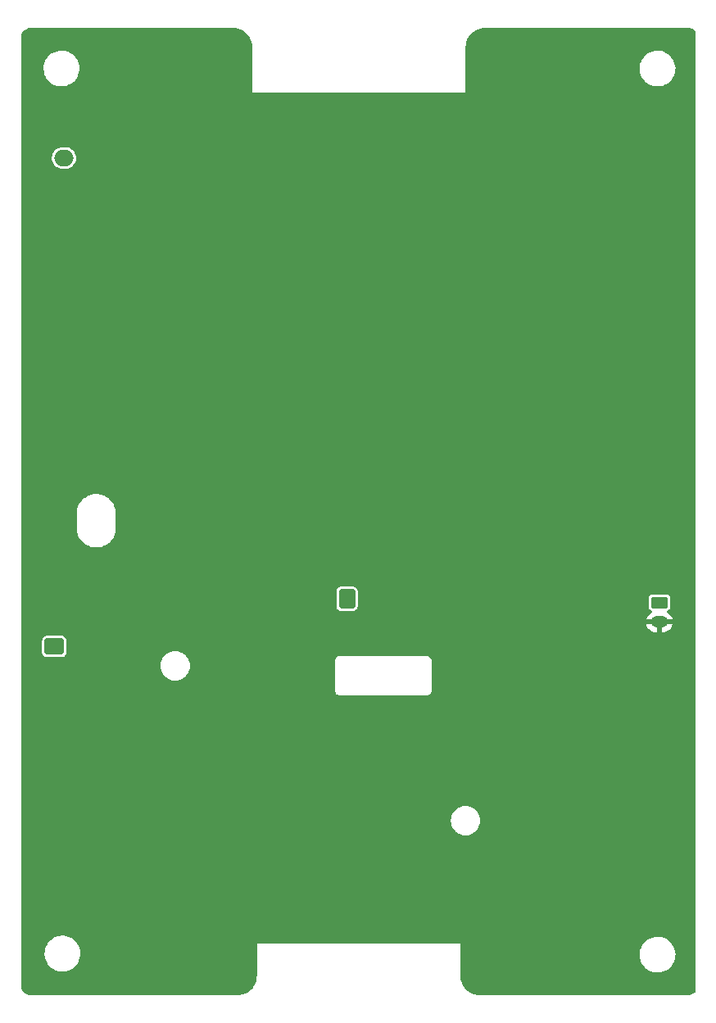
<source format=gbr>
%TF.GenerationSoftware,KiCad,Pcbnew,7.0.5-7.0.5~ubuntu22.04.1*%
%TF.CreationDate,2024-06-06T16:52:36+01:00*%
%TF.ProjectId,PBA0055-APRS-digirepeater-backplane-100x70,50424130-3035-4352-9d41-5052532d6469,rev?*%
%TF.SameCoordinates,Original*%
%TF.FileFunction,Copper,L2,Bot*%
%TF.FilePolarity,Positive*%
%FSLAX46Y46*%
G04 Gerber Fmt 4.6, Leading zero omitted, Abs format (unit mm)*
G04 Created by KiCad (PCBNEW 7.0.5-7.0.5~ubuntu22.04.1) date 2024-06-06 16:52:36*
%MOMM*%
%LPD*%
G01*
G04 APERTURE LIST*
G04 Aperture macros list*
%AMRoundRect*
0 Rectangle with rounded corners*
0 $1 Rounding radius*
0 $2 $3 $4 $5 $6 $7 $8 $9 X,Y pos of 4 corners*
0 Add a 4 corners polygon primitive as box body*
4,1,4,$2,$3,$4,$5,$6,$7,$8,$9,$2,$3,0*
0 Add four circle primitives for the rounded corners*
1,1,$1+$1,$2,$3*
1,1,$1+$1,$4,$5*
1,1,$1+$1,$6,$7*
1,1,$1+$1,$8,$9*
0 Add four rect primitives between the rounded corners*
20,1,$1+$1,$2,$3,$4,$5,0*
20,1,$1+$1,$4,$5,$6,$7,0*
20,1,$1+$1,$6,$7,$8,$9,0*
20,1,$1+$1,$8,$9,$2,$3,0*%
G04 Aperture macros list end*
%TA.AperFunction,ComponentPad*%
%ADD10RoundRect,0.250000X-0.600000X-0.750000X0.600000X-0.750000X0.600000X0.750000X-0.600000X0.750000X0*%
%TD*%
%TA.AperFunction,ComponentPad*%
%ADD11O,1.700000X2.000000*%
%TD*%
%TA.AperFunction,ComponentPad*%
%ADD12RoundRect,0.250000X0.750000X-0.600000X0.750000X0.600000X-0.750000X0.600000X-0.750000X-0.600000X0*%
%TD*%
%TA.AperFunction,ComponentPad*%
%ADD13O,2.000000X1.700000*%
%TD*%
%TA.AperFunction,ComponentPad*%
%ADD14RoundRect,0.250000X-0.625000X0.350000X-0.625000X-0.350000X0.625000X-0.350000X0.625000X0.350000X0*%
%TD*%
%TA.AperFunction,ComponentPad*%
%ADD15O,1.750000X1.200000*%
%TD*%
%TA.AperFunction,ViaPad*%
%ADD16C,0.800000*%
%TD*%
G04 APERTURE END LIST*
D10*
%TO.P,J2,1,Pin_1*%
%TO.N,+12V*%
X139000000Y-108050000D03*
D11*
%TO.P,J2,2,Pin_2*%
%TO.N,GND*%
X141500000Y-108050000D03*
%TD*%
D12*
%TO.P,J6,1,Pin_1*%
%TO.N,+12V*%
X108750000Y-113000000D03*
D13*
%TO.P,J6,2,Pin_2*%
%TO.N,GND*%
X108750000Y-110500000D03*
%TD*%
D14*
%TO.P,J1,1,Pin_1*%
%TO.N,Net-(D2-A)*%
X171300000Y-108450000D03*
D15*
%TO.P,J1,2,Pin_2*%
%TO.N,GND*%
X171300000Y-110450000D03*
%TD*%
D12*
%TO.P,J4,1,Pin_1*%
%TO.N,GND*%
X109750000Y-65000000D03*
D13*
%TO.P,J4,2,Pin_2*%
%TO.N,+3V8*%
X109750000Y-62500000D03*
%TD*%
D16*
%TO.N,GND*%
X174000000Y-72750000D03*
X140000000Y-123750000D03*
X107000000Y-72750000D03*
X125000000Y-84750000D03*
X156000000Y-84750000D03*
X125000000Y-144750000D03*
X107000000Y-84750000D03*
X157000000Y-123750000D03*
X107000000Y-58750000D03*
X174000000Y-102750000D03*
X125000000Y-72750000D03*
X156000000Y-72750000D03*
X174000000Y-123750000D03*
X107000000Y-102750000D03*
X165500000Y-107350000D03*
X173000000Y-84750000D03*
X140000000Y-84750000D03*
X125000000Y-123750000D03*
X140000000Y-72750000D03*
X107000000Y-123750000D03*
X174000000Y-58750000D03*
X160700000Y-107150000D03*
X174000000Y-138750000D03*
X107000000Y-138750000D03*
%TD*%
%TA.AperFunction,Conductor*%
%TO.N,GND*%
G36*
X127252018Y-49053526D02*
G01*
X127445616Y-49066214D01*
X127505630Y-49070147D01*
X127513667Y-49071205D01*
X127760943Y-49120392D01*
X127768757Y-49122486D01*
X128007509Y-49203531D01*
X128014983Y-49206626D01*
X128189238Y-49292559D01*
X128241105Y-49318137D01*
X128248127Y-49322191D01*
X128457752Y-49462257D01*
X128464186Y-49467193D01*
X128631822Y-49614207D01*
X128653732Y-49633421D01*
X128659472Y-49639162D01*
X128825697Y-49828703D01*
X128830638Y-49835141D01*
X128847644Y-49860592D01*
X128970700Y-50044759D01*
X128974760Y-50051790D01*
X129086263Y-50277896D01*
X129089370Y-50285396D01*
X129170407Y-50524120D01*
X129172508Y-50531962D01*
X129221692Y-50779223D01*
X129222752Y-50787272D01*
X129239367Y-51040751D01*
X129239500Y-51044808D01*
X129239500Y-51997912D01*
X129239499Y-55723254D01*
X129238633Y-55727612D01*
X129238634Y-55749999D01*
X129239141Y-55751222D01*
X129239500Y-55752088D01*
X129241964Y-55758036D01*
X129250000Y-55761365D01*
X129272409Y-55761365D01*
X129276757Y-55760500D01*
X140247912Y-55760500D01*
X151223243Y-55760500D01*
X151227591Y-55761365D01*
X151250000Y-55761365D01*
X151258036Y-55758036D01*
X151260500Y-55752088D01*
X151261365Y-55750000D01*
X151261364Y-55749999D01*
X151261366Y-55727613D01*
X151260500Y-55723254D01*
X151260500Y-53317763D01*
X169245787Y-53317763D01*
X169275413Y-53587013D01*
X169275415Y-53587024D01*
X169343926Y-53849082D01*
X169343928Y-53849088D01*
X169449870Y-54098390D01*
X169521998Y-54216575D01*
X169590979Y-54329605D01*
X169590986Y-54329615D01*
X169764253Y-54537819D01*
X169764259Y-54537824D01*
X169965998Y-54718582D01*
X170191910Y-54868044D01*
X170437176Y-54983020D01*
X170437183Y-54983022D01*
X170437185Y-54983023D01*
X170696557Y-55061057D01*
X170696564Y-55061058D01*
X170696569Y-55061060D01*
X170964561Y-55100500D01*
X170964566Y-55100500D01*
X171167629Y-55100500D01*
X171167631Y-55100500D01*
X171167636Y-55100499D01*
X171167648Y-55100499D01*
X171205191Y-55097750D01*
X171370156Y-55085677D01*
X171482758Y-55060593D01*
X171634546Y-55026782D01*
X171634548Y-55026781D01*
X171634553Y-55026780D01*
X171887558Y-54930014D01*
X172123777Y-54797441D01*
X172338177Y-54631888D01*
X172526186Y-54436881D01*
X172683799Y-54216579D01*
X172757787Y-54072669D01*
X172807649Y-53975690D01*
X172807651Y-53975684D01*
X172807656Y-53975675D01*
X172895118Y-53719305D01*
X172944319Y-53452933D01*
X172954212Y-53182235D01*
X172924586Y-52912982D01*
X172856072Y-52650912D01*
X172750130Y-52401610D01*
X172609018Y-52170390D01*
X172519747Y-52063119D01*
X172435746Y-51962180D01*
X172435740Y-51962175D01*
X172234002Y-51781418D01*
X172008092Y-51631957D01*
X172008090Y-51631956D01*
X171762824Y-51516980D01*
X171762819Y-51516978D01*
X171762814Y-51516976D01*
X171503442Y-51438942D01*
X171503428Y-51438939D01*
X171387791Y-51421921D01*
X171235439Y-51399500D01*
X171032369Y-51399500D01*
X171032351Y-51399500D01*
X170829844Y-51414323D01*
X170829831Y-51414325D01*
X170565453Y-51473217D01*
X170565446Y-51473220D01*
X170312439Y-51569987D01*
X170076226Y-51702557D01*
X169861822Y-51868112D01*
X169673822Y-52063109D01*
X169673816Y-52063116D01*
X169516202Y-52283419D01*
X169516199Y-52283424D01*
X169392350Y-52524309D01*
X169392343Y-52524327D01*
X169304884Y-52780685D01*
X169304881Y-52780699D01*
X169255681Y-53047068D01*
X169255680Y-53047075D01*
X169245787Y-53317763D01*
X151260500Y-53317763D01*
X151260500Y-51044915D01*
X151260633Y-51040859D01*
X151269137Y-50911118D01*
X151277255Y-50787260D01*
X151278314Y-50779224D01*
X151327498Y-50531964D01*
X151329596Y-50524130D01*
X151410638Y-50285392D01*
X151413743Y-50277898D01*
X151418668Y-50267912D01*
X151525251Y-50051782D01*
X151529305Y-50044763D01*
X151529308Y-50044759D01*
X151669374Y-49835135D01*
X151674303Y-49828713D01*
X151840537Y-49639162D01*
X151846262Y-49633435D01*
X152035827Y-49467191D01*
X152042240Y-49462270D01*
X152251878Y-49322195D01*
X152258894Y-49318144D01*
X152485024Y-49206630D01*
X152492483Y-49203540D01*
X152731244Y-49122492D01*
X152739058Y-49120398D01*
X152986337Y-49071211D01*
X152994366Y-49070154D01*
X153102079Y-49063095D01*
X153248085Y-49053526D01*
X153252141Y-49053393D01*
X153253412Y-49053393D01*
X174289482Y-49053393D01*
X174290186Y-49053393D01*
X174295589Y-49053628D01*
X174453916Y-49067479D01*
X174475190Y-49071230D01*
X174620844Y-49110256D01*
X174641152Y-49117648D01*
X174736932Y-49162309D01*
X174777820Y-49181375D01*
X174796531Y-49192178D01*
X174910812Y-49272197D01*
X174920049Y-49278665D01*
X174936607Y-49292559D01*
X174963680Y-49319632D01*
X174997165Y-49380955D01*
X174999999Y-49407313D01*
X175000000Y-148678467D01*
X174980315Y-148745506D01*
X174963684Y-148766144D01*
X174936605Y-148793223D01*
X174936606Y-148793223D01*
X174920049Y-148807115D01*
X174796528Y-148893605D01*
X174777810Y-148904412D01*
X174641156Y-148968135D01*
X174620844Y-148975528D01*
X174545281Y-148995775D01*
X174513188Y-149000000D01*
X152339518Y-149000000D01*
X152315326Y-148997617D01*
X152189067Y-148972502D01*
X152181233Y-148970403D01*
X151942494Y-148889362D01*
X151935010Y-148886262D01*
X151708897Y-148774756D01*
X151701867Y-148770697D01*
X151492251Y-148630636D01*
X151485816Y-148625698D01*
X151296267Y-148459469D01*
X151290528Y-148453730D01*
X151227029Y-148381323D01*
X151124299Y-148264181D01*
X151119367Y-148257753D01*
X150979302Y-148048132D01*
X150975245Y-148041107D01*
X150863733Y-147814982D01*
X150860639Y-147807512D01*
X150779593Y-147568756D01*
X150777499Y-147560942D01*
X150728312Y-147313667D01*
X150727254Y-147305627D01*
X150726788Y-147298523D01*
X150718671Y-147174668D01*
X150710633Y-147052018D01*
X150710500Y-147047962D01*
X150710500Y-144917763D01*
X169245787Y-144917763D01*
X169275413Y-145187013D01*
X169275415Y-145187024D01*
X169343926Y-145449082D01*
X169343928Y-145449088D01*
X169449870Y-145698390D01*
X169521998Y-145816575D01*
X169590979Y-145929605D01*
X169590986Y-145929615D01*
X169764253Y-146137819D01*
X169764259Y-146137824D01*
X169965998Y-146318582D01*
X170191910Y-146468044D01*
X170437176Y-146583020D01*
X170437183Y-146583022D01*
X170437185Y-146583023D01*
X170696557Y-146661057D01*
X170696564Y-146661058D01*
X170696569Y-146661060D01*
X170964561Y-146700500D01*
X170964566Y-146700500D01*
X171167629Y-146700500D01*
X171167631Y-146700500D01*
X171167636Y-146700499D01*
X171167648Y-146700499D01*
X171205191Y-146697750D01*
X171370156Y-146685677D01*
X171482758Y-146660593D01*
X171634546Y-146626782D01*
X171634548Y-146626781D01*
X171634553Y-146626780D01*
X171887558Y-146530014D01*
X172123777Y-146397441D01*
X172338177Y-146231888D01*
X172526186Y-146036881D01*
X172683799Y-145816579D01*
X172757787Y-145672669D01*
X172807649Y-145575690D01*
X172807651Y-145575684D01*
X172807656Y-145575675D01*
X172895118Y-145319305D01*
X172944319Y-145052933D01*
X172954212Y-144782235D01*
X172924586Y-144512982D01*
X172856072Y-144250912D01*
X172750130Y-144001610D01*
X172609018Y-143770390D01*
X172583311Y-143739500D01*
X172435746Y-143562180D01*
X172435740Y-143562175D01*
X172234002Y-143381418D01*
X172008092Y-143231957D01*
X172008090Y-143231956D01*
X171762824Y-143116980D01*
X171762819Y-143116978D01*
X171762814Y-143116976D01*
X171503442Y-143038942D01*
X171503428Y-143038939D01*
X171387791Y-143021921D01*
X171235439Y-142999500D01*
X171032369Y-142999500D01*
X171032351Y-142999500D01*
X170829844Y-143014323D01*
X170829831Y-143014325D01*
X170565453Y-143073217D01*
X170565446Y-143073220D01*
X170312439Y-143169987D01*
X170076226Y-143302557D01*
X169861822Y-143468112D01*
X169673822Y-143663109D01*
X169673816Y-143663116D01*
X169516202Y-143883419D01*
X169516199Y-143883424D01*
X169392350Y-144124309D01*
X169392343Y-144124327D01*
X169304884Y-144380685D01*
X169304881Y-144380699D01*
X169255681Y-144647068D01*
X169255680Y-144647075D01*
X169245787Y-144917763D01*
X150710500Y-144917763D01*
X150710500Y-143776756D01*
X150711365Y-143772409D01*
X150711365Y-143750000D01*
X150708036Y-143741964D01*
X150702088Y-143739500D01*
X150702085Y-143739498D01*
X150702084Y-143739498D01*
X150700001Y-143738635D01*
X150677592Y-143738635D01*
X150673244Y-143739500D01*
X129726756Y-143739500D01*
X129722408Y-143738635D01*
X129699999Y-143738635D01*
X129697912Y-143739499D01*
X129697912Y-143739500D01*
X129694938Y-143740732D01*
X129691963Y-143741964D01*
X129688635Y-143750000D01*
X129688635Y-143772409D01*
X129689500Y-143776756D01*
X129689500Y-147040855D01*
X129689367Y-147044911D01*
X129672745Y-147298523D01*
X129671685Y-147306572D01*
X129644535Y-147443071D01*
X129622505Y-147553825D01*
X129620403Y-147561667D01*
X129539368Y-147800392D01*
X129536263Y-147807887D01*
X129480510Y-147920945D01*
X129424759Y-148033997D01*
X129420700Y-148041028D01*
X129280641Y-148250642D01*
X129275699Y-148257083D01*
X129109473Y-148446627D01*
X129103732Y-148452367D01*
X128914191Y-148618592D01*
X128907750Y-148623535D01*
X128698133Y-148763596D01*
X128691103Y-148767655D01*
X128464995Y-148879159D01*
X128457495Y-148882266D01*
X128218775Y-148963301D01*
X128210933Y-148965402D01*
X128048978Y-148997617D01*
X128024787Y-149000000D01*
X106072613Y-149000000D01*
X106040519Y-148995775D01*
X105964943Y-148975524D01*
X105944633Y-148968131D01*
X105807978Y-148904407D01*
X105789259Y-148893599D01*
X105783215Y-148889367D01*
X105665750Y-148807115D01*
X105649193Y-148793223D01*
X105542568Y-148686597D01*
X105528675Y-148670039D01*
X105494530Y-148621275D01*
X105442193Y-148546529D01*
X105431386Y-148527811D01*
X105399519Y-148459471D01*
X105367660Y-148391146D01*
X105360269Y-148370838D01*
X105342743Y-148305429D01*
X105321244Y-148225191D01*
X105317492Y-148203907D01*
X105314471Y-148169371D01*
X105303627Y-148045408D01*
X105303393Y-148040046D01*
X105303393Y-148039482D01*
X105303393Y-144817763D01*
X107745787Y-144817763D01*
X107775413Y-145087013D01*
X107775415Y-145087024D01*
X107836144Y-145319314D01*
X107843928Y-145349088D01*
X107949870Y-145598390D01*
X108021998Y-145716575D01*
X108090979Y-145829605D01*
X108090986Y-145829615D01*
X108264253Y-146037819D01*
X108264259Y-146037824D01*
X108465998Y-146218582D01*
X108691910Y-146368044D01*
X108937176Y-146483020D01*
X108937183Y-146483022D01*
X108937185Y-146483023D01*
X109196557Y-146561057D01*
X109196564Y-146561058D01*
X109196569Y-146561060D01*
X109464561Y-146600500D01*
X109464566Y-146600500D01*
X109667629Y-146600500D01*
X109667631Y-146600500D01*
X109667636Y-146600499D01*
X109667648Y-146600499D01*
X109705191Y-146597750D01*
X109870156Y-146585677D01*
X109982758Y-146560593D01*
X110134546Y-146526782D01*
X110134548Y-146526781D01*
X110134553Y-146526780D01*
X110387558Y-146430014D01*
X110623777Y-146297441D01*
X110838177Y-146131888D01*
X111026186Y-145936881D01*
X111183799Y-145716579D01*
X111257787Y-145572669D01*
X111307649Y-145475690D01*
X111307651Y-145475684D01*
X111307656Y-145475675D01*
X111395118Y-145219305D01*
X111444319Y-144952933D01*
X111454212Y-144682235D01*
X111424586Y-144412982D01*
X111356072Y-144150912D01*
X111250130Y-143901610D01*
X111109018Y-143670390D01*
X111019747Y-143563119D01*
X110935746Y-143462180D01*
X110935740Y-143462175D01*
X110734002Y-143281418D01*
X110508092Y-143131957D01*
X110476143Y-143116980D01*
X110262824Y-143016980D01*
X110262819Y-143016978D01*
X110262814Y-143016976D01*
X110003442Y-142938942D01*
X110003428Y-142938939D01*
X109887791Y-142921921D01*
X109735439Y-142899500D01*
X109532369Y-142899500D01*
X109532351Y-142899500D01*
X109329844Y-142914323D01*
X109329831Y-142914325D01*
X109065453Y-142973217D01*
X109065446Y-142973220D01*
X108812439Y-143069987D01*
X108576226Y-143202557D01*
X108361822Y-143368112D01*
X108173822Y-143563109D01*
X108173816Y-143563116D01*
X108016202Y-143783419D01*
X108016199Y-143783424D01*
X107892350Y-144024309D01*
X107892343Y-144024327D01*
X107804884Y-144280685D01*
X107804881Y-144280699D01*
X107755681Y-144547068D01*
X107755680Y-144547075D01*
X107745787Y-144817763D01*
X105303393Y-144817763D01*
X105303393Y-131000000D01*
X149734829Y-131000000D01*
X149753482Y-131237020D01*
X149753482Y-131237023D01*
X149753483Y-131237025D01*
X149808987Y-131468214D01*
X149808988Y-131468216D01*
X149899972Y-131687873D01*
X150024199Y-131890592D01*
X150024202Y-131890597D01*
X150094195Y-131972548D01*
X150178612Y-132071388D01*
X150294337Y-132170226D01*
X150359402Y-132225797D01*
X150359407Y-132225800D01*
X150562126Y-132350027D01*
X150639786Y-132382194D01*
X150781786Y-132441013D01*
X151012975Y-132496517D01*
X151250000Y-132515171D01*
X151487025Y-132496517D01*
X151718214Y-132441013D01*
X151937873Y-132350027D01*
X152140595Y-132225799D01*
X152321388Y-132071388D01*
X152475799Y-131890595D01*
X152600027Y-131687873D01*
X152691013Y-131468214D01*
X152746517Y-131237025D01*
X152765171Y-131000000D01*
X152746517Y-130762975D01*
X152691013Y-130531786D01*
X152600027Y-130312127D01*
X152600027Y-130312126D01*
X152475800Y-130109407D01*
X152475797Y-130109402D01*
X152420226Y-130044337D01*
X152321388Y-129928612D01*
X152222548Y-129844195D01*
X152140597Y-129774202D01*
X152140592Y-129774199D01*
X151937873Y-129649972D01*
X151718216Y-129558988D01*
X151718214Y-129558987D01*
X151487025Y-129503483D01*
X151487023Y-129503482D01*
X151487020Y-129503482D01*
X151277222Y-129486971D01*
X151250000Y-129484829D01*
X151249999Y-129484829D01*
X151012979Y-129503482D01*
X151012974Y-129503483D01*
X151012975Y-129503483D01*
X150781786Y-129558987D01*
X150781784Y-129558987D01*
X150781783Y-129558988D01*
X150562126Y-129649972D01*
X150359407Y-129774199D01*
X150359402Y-129774202D01*
X150178612Y-129928612D01*
X150024202Y-130109402D01*
X150024199Y-130109407D01*
X149899972Y-130312126D01*
X149808988Y-130531783D01*
X149753482Y-130762979D01*
X149734829Y-131000000D01*
X105303393Y-131000000D01*
X105303393Y-117557521D01*
X137739500Y-117557521D01*
X137765100Y-117669678D01*
X137815009Y-117773316D01*
X137815012Y-117773321D01*
X137886738Y-117863262D01*
X137976679Y-117934988D01*
X137976682Y-117934989D01*
X137976683Y-117934990D01*
X138080321Y-117984899D01*
X138080323Y-117984899D01*
X138080326Y-117984901D01*
X138192480Y-118010500D01*
X147307520Y-118010500D01*
X147419674Y-117984901D01*
X147523321Y-117934988D01*
X147613262Y-117863262D01*
X147684988Y-117773321D01*
X147734901Y-117669674D01*
X147760500Y-117557520D01*
X147760500Y-117500000D01*
X147760500Y-117496588D01*
X147760500Y-114497912D01*
X147760500Y-114442480D01*
X147734901Y-114330326D01*
X147726136Y-114312126D01*
X147684990Y-114226683D01*
X147684987Y-114226678D01*
X147613262Y-114136738D01*
X147523321Y-114065012D01*
X147523316Y-114065009D01*
X147419678Y-114015100D01*
X147419679Y-114015100D01*
X147307521Y-113989500D01*
X147307520Y-113989500D01*
X147252088Y-113989500D01*
X138253412Y-113989500D01*
X138250000Y-113989500D01*
X138192480Y-113989500D01*
X138192478Y-113989500D01*
X138080321Y-114015100D01*
X137976683Y-114065009D01*
X137976678Y-114065012D01*
X137886738Y-114136738D01*
X137815012Y-114226678D01*
X137815009Y-114226683D01*
X137765100Y-114330321D01*
X137739500Y-114442478D01*
X137739500Y-117557521D01*
X105303393Y-117557521D01*
X105303393Y-115000000D01*
X119734829Y-115000000D01*
X119753482Y-115237020D01*
X119753482Y-115237023D01*
X119753483Y-115237025D01*
X119808987Y-115468214D01*
X119808988Y-115468216D01*
X119899972Y-115687873D01*
X120024199Y-115890592D01*
X120024202Y-115890597D01*
X120094195Y-115972548D01*
X120178612Y-116071388D01*
X120294337Y-116170226D01*
X120359402Y-116225797D01*
X120359407Y-116225800D01*
X120562126Y-116350027D01*
X120639786Y-116382194D01*
X120781786Y-116441013D01*
X121012975Y-116496517D01*
X121250000Y-116515171D01*
X121487025Y-116496517D01*
X121718214Y-116441013D01*
X121937873Y-116350027D01*
X122140595Y-116225799D01*
X122321388Y-116071388D01*
X122475799Y-115890595D01*
X122600027Y-115687873D01*
X122691013Y-115468214D01*
X122746517Y-115237025D01*
X122765171Y-115000000D01*
X122746517Y-114762975D01*
X122691013Y-114531786D01*
X122625369Y-114373308D01*
X122600027Y-114312126D01*
X122475800Y-114109407D01*
X122475797Y-114109402D01*
X122395254Y-114015099D01*
X122321388Y-113928612D01*
X122220362Y-113842328D01*
X122140597Y-113774202D01*
X122140592Y-113774199D01*
X121937873Y-113649972D01*
X121718216Y-113558988D01*
X121718214Y-113558987D01*
X121487025Y-113503483D01*
X121487023Y-113503482D01*
X121487020Y-113503482D01*
X121250000Y-113484829D01*
X121012979Y-113503482D01*
X121012974Y-113503483D01*
X121012975Y-113503483D01*
X120781786Y-113558987D01*
X120781784Y-113558987D01*
X120781783Y-113558988D01*
X120562126Y-113649972D01*
X120359407Y-113774199D01*
X120359402Y-113774202D01*
X120178612Y-113928612D01*
X120024202Y-114109402D01*
X120024199Y-114109407D01*
X119899972Y-114312126D01*
X119808988Y-114531783D01*
X119753482Y-114762979D01*
X119734829Y-115000000D01*
X105303393Y-115000000D01*
X105303393Y-113647870D01*
X107499500Y-113647870D01*
X107499501Y-113647876D01*
X107505908Y-113707483D01*
X107556202Y-113842328D01*
X107556206Y-113842335D01*
X107642452Y-113957544D01*
X107642455Y-113957547D01*
X107757664Y-114043793D01*
X107757671Y-114043797D01*
X107892517Y-114094091D01*
X107892516Y-114094091D01*
X107899444Y-114094835D01*
X107952127Y-114100500D01*
X109547872Y-114100499D01*
X109607483Y-114094091D01*
X109742331Y-114043796D01*
X109857546Y-113957546D01*
X109943796Y-113842331D01*
X109994091Y-113707483D01*
X110000500Y-113647873D01*
X110000499Y-112352128D01*
X109994091Y-112292517D01*
X109943796Y-112157669D01*
X109943795Y-112157668D01*
X109943793Y-112157664D01*
X109857547Y-112042455D01*
X109857544Y-112042452D01*
X109742335Y-111956206D01*
X109742328Y-111956202D01*
X109607482Y-111905908D01*
X109607483Y-111905908D01*
X109547883Y-111899501D01*
X109547881Y-111899500D01*
X109547873Y-111899500D01*
X109547864Y-111899500D01*
X107952129Y-111899500D01*
X107952123Y-111899501D01*
X107892516Y-111905908D01*
X107757671Y-111956202D01*
X107757664Y-111956206D01*
X107642455Y-112042452D01*
X107642452Y-112042455D01*
X107556206Y-112157664D01*
X107556202Y-112157671D01*
X107505908Y-112292517D01*
X107499501Y-112352116D01*
X107499501Y-112352123D01*
X107499500Y-112352135D01*
X107499500Y-113647870D01*
X105303393Y-113647870D01*
X105303393Y-110200000D01*
X169949632Y-110200000D01*
X171020440Y-110200000D01*
X170981722Y-110242059D01*
X170931449Y-110356670D01*
X170921114Y-110481395D01*
X170951837Y-110602719D01*
X171015394Y-110700000D01*
X169953742Y-110700000D01*
X169980770Y-110811409D01*
X170068040Y-111002507D01*
X170189889Y-111173619D01*
X170189895Y-111173625D01*
X170341932Y-111318592D01*
X170518657Y-111432166D01*
X170713685Y-111510244D01*
X170919962Y-111550000D01*
X171050000Y-111550000D01*
X171050000Y-110730617D01*
X171119052Y-110784363D01*
X171237424Y-110825000D01*
X171331073Y-110825000D01*
X171423446Y-110809586D01*
X171533514Y-110750019D01*
X171550000Y-110732110D01*
X171550000Y-111550000D01*
X171627398Y-111550000D01*
X171784122Y-111535034D01*
X171784126Y-111535033D01*
X171985686Y-111475850D01*
X172172414Y-111379586D01*
X172337537Y-111249731D01*
X172337540Y-111249728D01*
X172475105Y-111090969D01*
X172475114Y-111090958D01*
X172580144Y-110909039D01*
X172580147Y-110909032D01*
X172648855Y-110710517D01*
X172648855Y-110710515D01*
X172650368Y-110700000D01*
X171579560Y-110700000D01*
X171618278Y-110657941D01*
X171668551Y-110543330D01*
X171678886Y-110418605D01*
X171648163Y-110297281D01*
X171584606Y-110200000D01*
X172646257Y-110200000D01*
X172619229Y-110088590D01*
X172531959Y-109897492D01*
X172410110Y-109726380D01*
X172410104Y-109726374D01*
X172258067Y-109581407D01*
X172100729Y-109480293D01*
X172054974Y-109427489D01*
X172045030Y-109358330D01*
X172074055Y-109294775D01*
X172124436Y-109259795D01*
X172167326Y-109243798D01*
X172167326Y-109243797D01*
X172167331Y-109243796D01*
X172282546Y-109157546D01*
X172368796Y-109042331D01*
X172419091Y-108907483D01*
X172425500Y-108847873D01*
X172425499Y-108052128D01*
X172419091Y-107992517D01*
X172368796Y-107857669D01*
X172368795Y-107857668D01*
X172368793Y-107857664D01*
X172282547Y-107742455D01*
X172282544Y-107742452D01*
X172167335Y-107656206D01*
X172167328Y-107656202D01*
X172032482Y-107605908D01*
X172032483Y-107605908D01*
X171972883Y-107599501D01*
X171972881Y-107599500D01*
X171972873Y-107599500D01*
X171972864Y-107599500D01*
X170627129Y-107599500D01*
X170627123Y-107599501D01*
X170567516Y-107605908D01*
X170432671Y-107656202D01*
X170432664Y-107656206D01*
X170317455Y-107742452D01*
X170317452Y-107742455D01*
X170231206Y-107857664D01*
X170231202Y-107857671D01*
X170180908Y-107992517D01*
X170174501Y-108052116D01*
X170174501Y-108052123D01*
X170174500Y-108052135D01*
X170174500Y-108847870D01*
X170174501Y-108847876D01*
X170180908Y-108907483D01*
X170231202Y-109042328D01*
X170231206Y-109042335D01*
X170317452Y-109157544D01*
X170317455Y-109157547D01*
X170432664Y-109243793D01*
X170432671Y-109243797D01*
X170478414Y-109260858D01*
X170534348Y-109302729D01*
X170558765Y-109368193D01*
X170543914Y-109436466D01*
X170494509Y-109485872D01*
X170491902Y-109487255D01*
X170427587Y-109520411D01*
X170262462Y-109650268D01*
X170262459Y-109650271D01*
X170124894Y-109809030D01*
X170124885Y-109809041D01*
X170019855Y-109990960D01*
X170019852Y-109990967D01*
X169951144Y-110189482D01*
X169951144Y-110189484D01*
X169949632Y-110200000D01*
X105303393Y-110200000D01*
X105303393Y-108847870D01*
X137899500Y-108847870D01*
X137899501Y-108847876D01*
X137905908Y-108907483D01*
X137956202Y-109042328D01*
X137956206Y-109042335D01*
X138042452Y-109157544D01*
X138042455Y-109157547D01*
X138157664Y-109243793D01*
X138157671Y-109243797D01*
X138292517Y-109294091D01*
X138292516Y-109294091D01*
X138298879Y-109294775D01*
X138352127Y-109300500D01*
X139647872Y-109300499D01*
X139707483Y-109294091D01*
X139842331Y-109243796D01*
X139957546Y-109157546D01*
X140043796Y-109042331D01*
X140094091Y-108907483D01*
X140100500Y-108847873D01*
X140100499Y-107252128D01*
X140094091Y-107192517D01*
X140043796Y-107057669D01*
X140043795Y-107057668D01*
X140043793Y-107057664D01*
X139957547Y-106942455D01*
X139957544Y-106942452D01*
X139842335Y-106856206D01*
X139842328Y-106856202D01*
X139707482Y-106805908D01*
X139707483Y-106805908D01*
X139647883Y-106799501D01*
X139647881Y-106799500D01*
X139647873Y-106799500D01*
X139647864Y-106799500D01*
X138352129Y-106799500D01*
X138352123Y-106799501D01*
X138292516Y-106805908D01*
X138157671Y-106856202D01*
X138157664Y-106856206D01*
X138042455Y-106942452D01*
X138042452Y-106942455D01*
X137956206Y-107057664D01*
X137956202Y-107057671D01*
X137905908Y-107192517D01*
X137899501Y-107252116D01*
X137899501Y-107252123D01*
X137899500Y-107252135D01*
X137899500Y-108847870D01*
X105303393Y-108847870D01*
X105303393Y-100887522D01*
X111079500Y-100887522D01*
X111116952Y-101160003D01*
X111116953Y-101160009D01*
X111191159Y-101424853D01*
X111300730Y-101677114D01*
X111300735Y-101677122D01*
X111443644Y-101912125D01*
X111617221Y-102125480D01*
X111750888Y-102250316D01*
X111818227Y-102313207D01*
X111818229Y-102313208D01*
X111818233Y-102313212D01*
X112042934Y-102471823D01*
X112042933Y-102471823D01*
X112042935Y-102471824D01*
X112287143Y-102598362D01*
X112546306Y-102690469D01*
X112815597Y-102746428D01*
X113090000Y-102765198D01*
X113364403Y-102746428D01*
X113633694Y-102690469D01*
X113892857Y-102598362D01*
X114137065Y-102471824D01*
X114361767Y-102313212D01*
X114562779Y-102125480D01*
X114736356Y-101912125D01*
X114879265Y-101677122D01*
X114879267Y-101677117D01*
X114879269Y-101677114D01*
X114988840Y-101424853D01*
X114988842Y-101424849D01*
X115063048Y-101160004D01*
X115100500Y-100887522D01*
X115100500Y-100750000D01*
X115100500Y-100746588D01*
X115100500Y-100695234D01*
X115100499Y-100695225D01*
X115100500Y-99247912D01*
X115100500Y-99112477D01*
X115082167Y-98979096D01*
X115063048Y-98839996D01*
X114988842Y-98575151D01*
X114937688Y-98457381D01*
X114879269Y-98322885D01*
X114736356Y-98087875D01*
X114562781Y-97874523D01*
X114562779Y-97874520D01*
X114436480Y-97756565D01*
X114361772Y-97686792D01*
X114361769Y-97686789D01*
X114361767Y-97686788D01*
X114137065Y-97528176D01*
X114137066Y-97528176D01*
X113892853Y-97401636D01*
X113633699Y-97309532D01*
X113633696Y-97309531D01*
X113464735Y-97274421D01*
X113364403Y-97253572D01*
X113364401Y-97253571D01*
X113364397Y-97253571D01*
X113090000Y-97234802D01*
X112815602Y-97253571D01*
X112546303Y-97309531D01*
X112546300Y-97309532D01*
X112287146Y-97401636D01*
X112042934Y-97528176D01*
X111908113Y-97623343D01*
X111818233Y-97686788D01*
X111818230Y-97686789D01*
X111818228Y-97686792D01*
X111818227Y-97686792D01*
X111617218Y-97874523D01*
X111443643Y-98087875D01*
X111300730Y-98322885D01*
X111191159Y-98575146D01*
X111116953Y-98839990D01*
X111116952Y-98839996D01*
X111079500Y-99112477D01*
X111079500Y-100887522D01*
X105303393Y-100887522D01*
X105303393Y-62447401D01*
X108495746Y-62447401D01*
X108505745Y-62657327D01*
X108555296Y-62861578D01*
X108555298Y-62861582D01*
X108642598Y-63052743D01*
X108642601Y-63052748D01*
X108642602Y-63052750D01*
X108642604Y-63052753D01*
X108705627Y-63141256D01*
X108764515Y-63223953D01*
X108764520Y-63223959D01*
X108916620Y-63368985D01*
X109011578Y-63430011D01*
X109093428Y-63482613D01*
X109288543Y-63560725D01*
X109391729Y-63580612D01*
X109494914Y-63600500D01*
X109494915Y-63600500D01*
X109952419Y-63600500D01*
X109952425Y-63600500D01*
X110109218Y-63585528D01*
X110310875Y-63526316D01*
X110497682Y-63430011D01*
X110662886Y-63300092D01*
X110800519Y-63141256D01*
X110905604Y-62959244D01*
X110974344Y-62760633D01*
X111004254Y-62552602D01*
X110994254Y-62342670D01*
X110944704Y-62138424D01*
X110944701Y-62138417D01*
X110857401Y-61947256D01*
X110857398Y-61947251D01*
X110857397Y-61947250D01*
X110857396Y-61947247D01*
X110735486Y-61776048D01*
X110735484Y-61776046D01*
X110735479Y-61776040D01*
X110583379Y-61631014D01*
X110406574Y-61517388D01*
X110211455Y-61439274D01*
X110005086Y-61399500D01*
X110005085Y-61399500D01*
X109547575Y-61399500D01*
X109390781Y-61414472D01*
X109390782Y-61414472D01*
X109390778Y-61414473D01*
X109189127Y-61473683D01*
X109002313Y-61569991D01*
X108837116Y-61699905D01*
X108837112Y-61699909D01*
X108699478Y-61858746D01*
X108594398Y-62040750D01*
X108525656Y-62239365D01*
X108525656Y-62239367D01*
X108510804Y-62342670D01*
X108495746Y-62447401D01*
X105303393Y-62447401D01*
X105303393Y-53317763D01*
X107645787Y-53317763D01*
X107675413Y-53587013D01*
X107675415Y-53587024D01*
X107743926Y-53849082D01*
X107743928Y-53849088D01*
X107849870Y-54098390D01*
X107921998Y-54216575D01*
X107990979Y-54329605D01*
X107990986Y-54329615D01*
X108164253Y-54537819D01*
X108164259Y-54537824D01*
X108365998Y-54718582D01*
X108591910Y-54868044D01*
X108837176Y-54983020D01*
X108837183Y-54983022D01*
X108837185Y-54983023D01*
X109096557Y-55061057D01*
X109096564Y-55061058D01*
X109096569Y-55061060D01*
X109364561Y-55100500D01*
X109364566Y-55100500D01*
X109567629Y-55100500D01*
X109567631Y-55100500D01*
X109567636Y-55100499D01*
X109567648Y-55100499D01*
X109605191Y-55097750D01*
X109770156Y-55085677D01*
X109882758Y-55060593D01*
X110034546Y-55026782D01*
X110034548Y-55026781D01*
X110034553Y-55026780D01*
X110287558Y-54930014D01*
X110523777Y-54797441D01*
X110738177Y-54631888D01*
X110926186Y-54436881D01*
X111083799Y-54216579D01*
X111157787Y-54072669D01*
X111207649Y-53975690D01*
X111207651Y-53975684D01*
X111207656Y-53975675D01*
X111295118Y-53719305D01*
X111344319Y-53452933D01*
X111354212Y-53182235D01*
X111324586Y-52912982D01*
X111256072Y-52650912D01*
X111150130Y-52401610D01*
X111009018Y-52170390D01*
X110919747Y-52063119D01*
X110835746Y-51962180D01*
X110835740Y-51962175D01*
X110634002Y-51781418D01*
X110408092Y-51631957D01*
X110408090Y-51631956D01*
X110162824Y-51516980D01*
X110162819Y-51516978D01*
X110162814Y-51516976D01*
X109903442Y-51438942D01*
X109903428Y-51438939D01*
X109787791Y-51421921D01*
X109635439Y-51399500D01*
X109432369Y-51399500D01*
X109432351Y-51399500D01*
X109229844Y-51414323D01*
X109229831Y-51414325D01*
X108965453Y-51473217D01*
X108965446Y-51473220D01*
X108712439Y-51569987D01*
X108476226Y-51702557D01*
X108261822Y-51868112D01*
X108073822Y-52063109D01*
X108073816Y-52063116D01*
X107916202Y-52283419D01*
X107916199Y-52283424D01*
X107792350Y-52524309D01*
X107792343Y-52524327D01*
X107704884Y-52780685D01*
X107704881Y-52780699D01*
X107655681Y-53047068D01*
X107655680Y-53047075D01*
X107645787Y-53317763D01*
X105303393Y-53317763D01*
X105303393Y-50045577D01*
X105303626Y-50040221D01*
X105317481Y-49881873D01*
X105321234Y-49860592D01*
X105342733Y-49780358D01*
X105360263Y-49714935D01*
X105367651Y-49694638D01*
X105431378Y-49557976D01*
X105442184Y-49539261D01*
X105528674Y-49415740D01*
X105542562Y-49399188D01*
X105649188Y-49292562D01*
X105665740Y-49278674D01*
X105789261Y-49192184D01*
X105807976Y-49181378D01*
X105944638Y-49117651D01*
X105964935Y-49110263D01*
X106110595Y-49071233D01*
X106131875Y-49067481D01*
X106290198Y-49053628D01*
X106295600Y-49053393D01*
X106296305Y-49053393D01*
X127246588Y-49053393D01*
X127247962Y-49053393D01*
X127252018Y-49053526D01*
G37*
%TD.AperFunction*%
%TD*%
M02*

</source>
